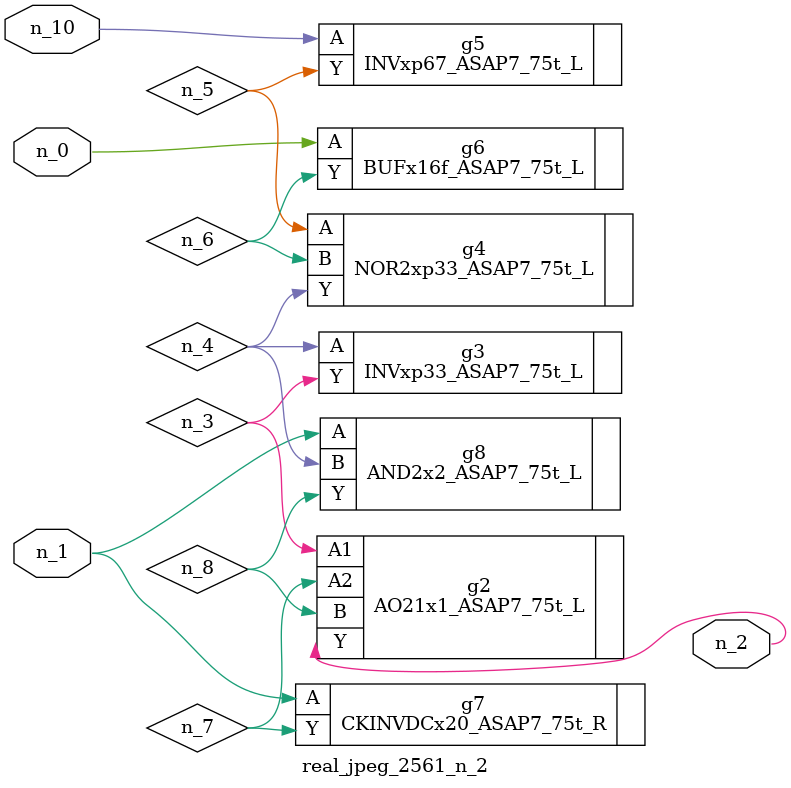
<source format=v>
module real_jpeg_2561_n_2 (n_1, n_10, n_0, n_2);

input n_1;
input n_10;
input n_0;

output n_2;

wire n_5;
wire n_4;
wire n_8;
wire n_6;
wire n_7;
wire n_3;

BUFx16f_ASAP7_75t_L g6 ( 
.A(n_0),
.Y(n_6)
);

CKINVDCx20_ASAP7_75t_R g7 ( 
.A(n_1),
.Y(n_7)
);

AND2x2_ASAP7_75t_L g8 ( 
.A(n_1),
.B(n_4),
.Y(n_8)
);

AO21x1_ASAP7_75t_L g2 ( 
.A1(n_3),
.A2(n_7),
.B(n_8),
.Y(n_2)
);

INVxp33_ASAP7_75t_L g3 ( 
.A(n_4),
.Y(n_3)
);

NOR2xp33_ASAP7_75t_L g4 ( 
.A(n_5),
.B(n_6),
.Y(n_4)
);

INVxp67_ASAP7_75t_L g5 ( 
.A(n_10),
.Y(n_5)
);


endmodule
</source>
